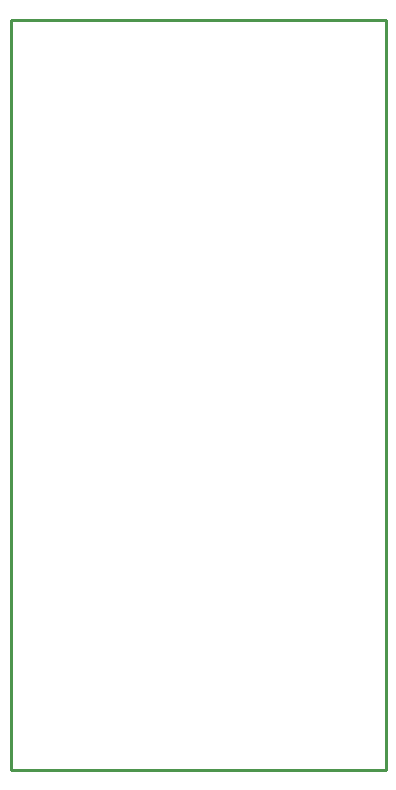
<source format=gbr>
G04 (created by PCBNEW-RS274X (2011-aug-04)-testing) date Fri 26 Oct 2012 10:13:20 AM PDT*
G01*
G70*
G90*
%MOIN*%
G04 Gerber Fmt 3.4, Leading zero omitted, Abs format*
%FSLAX34Y34*%
G04 APERTURE LIST*
%ADD10C,0.006000*%
%ADD11C,0.009000*%
G04 APERTURE END LIST*
G54D10*
G54D11*
X52250Y-29000D02*
X52250Y-54000D01*
X64750Y-29000D02*
X52250Y-29000D01*
X64750Y-54000D02*
X64750Y-29000D01*
X52250Y-54000D02*
X64750Y-54000D01*
M02*

</source>
